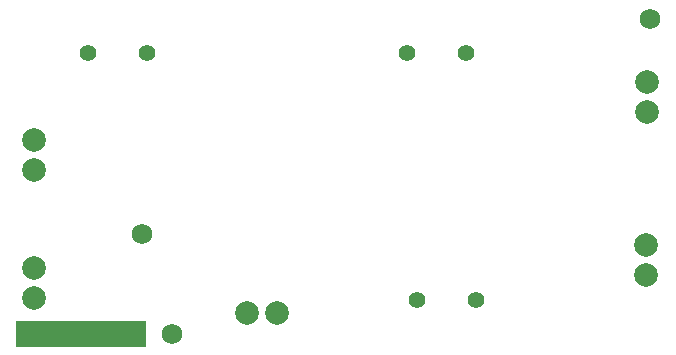
<source format=gbs>
G04 Layer_Color=8150272*
%FSLAX44Y44*%
%MOMM*%
G71*
G01*
G75*
%ADD41C,2.0032*%
%ADD42C,1.4032*%
%ADD43C,1.7272*%
G36*
X296418Y802894D02*
X405892Y802894D01*
Y781558D01*
X296164Y781558D01*
Y803148D01*
X296418Y802894D01*
D02*
G37*
D41*
X311097Y822255D02*
D03*
Y847655D02*
D03*
X517398Y810260D02*
D03*
X491998D02*
D03*
X310896Y930910D02*
D03*
Y956310D02*
D03*
X829310Y867410D02*
D03*
Y842010D02*
D03*
X830580Y1005840D02*
D03*
Y980440D02*
D03*
D42*
X356654Y1030478D02*
D03*
X406654D02*
D03*
X626910Y1029970D02*
D03*
X676910D02*
D03*
X685254Y820928D02*
D03*
X635254D02*
D03*
D43*
X402844Y877062D02*
D03*
X427990Y792480D02*
D03*
X833120Y1059180D02*
D03*
M02*

</source>
